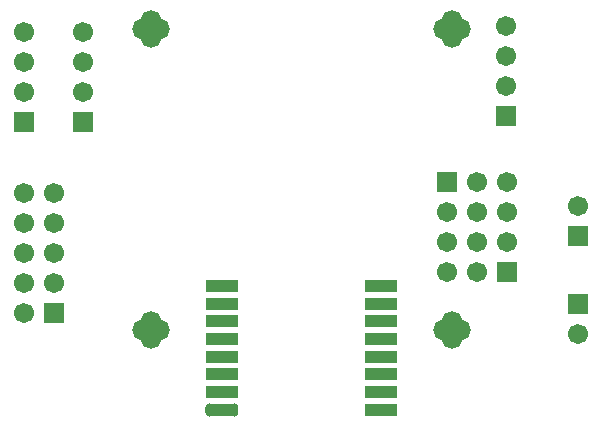
<source format=gbs>
G04*
G04 #@! TF.GenerationSoftware,Altium Limited,Altium Designer,18.1.1 (9)*
G04*
G04 Layer_Color=16711935*
%FSLAX23Y23*%
%MOIN*%
G70*
G01*
G75*
%ADD73R,0.067X0.067*%
%ADD74C,0.067*%
%ADD75O,0.126X0.067*%
%ADD76O,0.067X0.126*%
%ADD88R,0.110X0.043*%
G04:AMPARAMS|DCode=89|XSize=110mil|YSize=43mil|CornerRadius=13mil|HoleSize=0mil|Usage=FLASHONLY|Rotation=180.000|XOffset=0mil|YOffset=0mil|HoleType=Round|Shape=RoundedRectangle|*
%AMROUNDEDRECTD89*
21,1,0.110,0.018,0,0,180.0*
21,1,0.085,0.043,0,0,180.0*
1,1,0.026,-0.042,0.009*
1,1,0.026,0.042,0.009*
1,1,0.026,0.042,-0.009*
1,1,0.026,-0.042,-0.009*
%
%ADD89ROUNDEDRECTD89*%
D73*
X1906Y569D02*
D03*
X1905Y797D02*
D03*
X160Y541D02*
D03*
X1470Y976D02*
D03*
X1670Y676D02*
D03*
X1665Y1197D02*
D03*
X60Y1177D02*
D03*
X254Y1177D02*
D03*
D74*
X1906Y469D02*
D03*
X1905Y897D02*
D03*
X60Y541D02*
D03*
X160Y641D02*
D03*
X60D02*
D03*
X160Y741D02*
D03*
X60D02*
D03*
X160Y841D02*
D03*
X60D02*
D03*
X160Y941D02*
D03*
X60D02*
D03*
X1570Y676D02*
D03*
Y776D02*
D03*
Y876D02*
D03*
Y976D02*
D03*
X1470Y676D02*
D03*
Y776D02*
D03*
Y876D02*
D03*
X1670Y776D02*
D03*
Y876D02*
D03*
Y976D02*
D03*
X1665Y1297D02*
D03*
Y1397D02*
D03*
Y1497D02*
D03*
X60Y1277D02*
D03*
Y1377D02*
D03*
Y1477D02*
D03*
X254Y1277D02*
D03*
Y1377D02*
D03*
Y1477D02*
D03*
D75*
X482Y1486D02*
D03*
Y482D02*
D03*
X1486Y1486D02*
D03*
Y482D02*
D03*
D76*
X482Y1486D02*
D03*
X1486Y482D02*
D03*
X482D02*
D03*
X1486Y1486D02*
D03*
D88*
X1250Y217D02*
D03*
Y276D02*
D03*
Y335D02*
D03*
Y394D02*
D03*
Y453D02*
D03*
Y512D02*
D03*
Y571D02*
D03*
Y630D02*
D03*
X719D02*
D03*
Y571D02*
D03*
Y512D02*
D03*
Y453D02*
D03*
Y394D02*
D03*
Y335D02*
D03*
Y276D02*
D03*
D89*
Y217D02*
D03*
M02*

</source>
